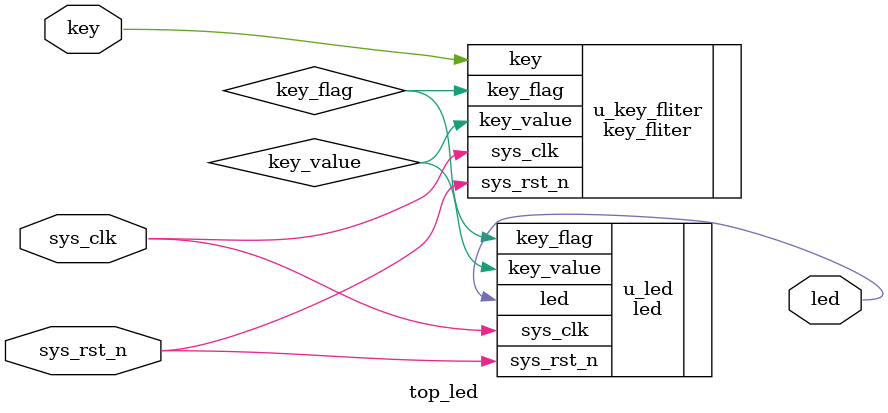
<source format=v>
module top_led(
    input       sys_clk,
    input       sys_rst_n,

    input       key,
    output      led
);

wire key_value;
wire key_flag;


key_fliter  u_key_fliter(
    .sys_clk        (sys_clk),
    .sys_rst_n      (sys_rst_n),

    .key            (key),
    .key_flag       (key_flag),
    .key_value      (key_value)
);

led   u_led(
    .sys_clk        (sys_clk),
    .sys_rst_n      (sys_rst_n),

    .key_flag       (key_flag),
    .key_value      (key_value),
    .led            (led)
);

endmodule
</source>
